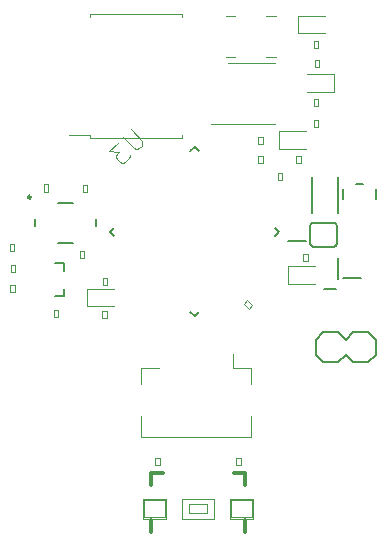
<source format=gbr>
G04 #@! TF.GenerationSoftware,KiCad,Pcbnew,(5.1.4)-1*
G04 #@! TF.CreationDate,2020-08-01T17:35:12+02:00*
G04 #@! TF.ProjectId,ArduinoProMicroUSB,41726475-696e-46f5-9072-6f4d6963726f,rev?*
G04 #@! TF.SameCoordinates,Original*
G04 #@! TF.FileFunction,Legend,Bot*
G04 #@! TF.FilePolarity,Positive*
%FSLAX46Y46*%
G04 Gerber Fmt 4.6, Leading zero omitted, Abs format (unit mm)*
G04 Created by KiCad (PCBNEW (5.1.4)-1) date 2020-08-01 17:35:12*
%MOMM*%
%LPD*%
G04 APERTURE LIST*
%ADD10C,0.120000*%
%ADD11C,0.203200*%
%ADD12C,0.127000*%
%ADD13C,0.066040*%
%ADD14C,0.304800*%
%ADD15C,0.152400*%
%ADD16C,0.254000*%
%ADD17C,0.015000*%
G04 APERTURE END LIST*
D10*
X165862000Y-39888500D02*
X169722000Y-39888500D01*
X169722000Y-39888500D02*
X169722000Y-40143500D01*
X165862000Y-39888500D02*
X162002000Y-39888500D01*
X162002000Y-39888500D02*
X162002000Y-40143500D01*
X165862000Y-50408500D02*
X169722000Y-50408500D01*
X169722000Y-50408500D02*
X169722000Y-50153500D01*
X165862000Y-50408500D02*
X162002000Y-50408500D01*
X162002000Y-50408500D02*
X162002000Y-50153500D01*
X162002000Y-50153500D02*
X160187000Y-50153500D01*
D11*
X182816500Y-63246000D02*
X181800500Y-63246000D01*
D12*
X182933340Y-62367160D02*
X182933340Y-60568840D01*
D10*
X181013000Y-62774500D02*
X178728000Y-62774500D01*
X178728000Y-62774500D02*
X178728000Y-61304500D01*
X178728000Y-61304500D02*
X181013000Y-61304500D01*
X180251000Y-51344500D02*
X177966000Y-51344500D01*
X177966000Y-51344500D02*
X177966000Y-49874500D01*
X177966000Y-49874500D02*
X180251000Y-49874500D01*
X161750640Y-63204420D02*
X164035640Y-63204420D01*
X161750640Y-64674420D02*
X161750640Y-63204420D01*
X164035640Y-64674420D02*
X161750640Y-64674420D01*
D11*
X181711600Y-69405500D02*
X182981600Y-69405500D01*
X182981600Y-69405500D02*
X183616600Y-68770500D01*
X183616600Y-67500500D02*
X182981600Y-66865500D01*
X183616600Y-68770500D02*
X184251600Y-69405500D01*
X184251600Y-69405500D02*
X185521600Y-69405500D01*
X185521600Y-69405500D02*
X186156600Y-68770500D01*
X186156600Y-67500500D02*
X185521600Y-66865500D01*
X185521600Y-66865500D02*
X184251600Y-66865500D01*
X184251600Y-66865500D02*
X183616600Y-67500500D01*
X181076600Y-68770500D02*
X181076600Y-67500500D01*
X181711600Y-69405500D02*
X181076600Y-68770500D01*
X181076600Y-67500500D02*
X181711600Y-66865500D01*
X182981600Y-66865500D02*
X181711600Y-66865500D01*
X186156600Y-68770500D02*
X186156600Y-67500500D01*
D13*
X173903640Y-82550000D02*
X173903640Y-81051400D01*
X173903640Y-81051400D02*
X175701960Y-81051400D01*
X175701960Y-82550000D02*
X175701960Y-81051400D01*
X173903640Y-82550000D02*
X175701960Y-82550000D01*
X170370500Y-82148680D02*
X170370500Y-81452720D01*
X170370500Y-81452720D02*
X171869100Y-81452720D01*
X171869100Y-82148680D02*
X171869100Y-81452720D01*
X170370500Y-82148680D02*
X171869100Y-82148680D01*
X166537640Y-82550000D02*
X166537640Y-81051400D01*
X166537640Y-81051400D02*
X168335960Y-81051400D01*
X168335960Y-82550000D02*
X168335960Y-81051400D01*
X166537640Y-82550000D02*
X168335960Y-82550000D01*
X173802040Y-82649060D02*
X173802040Y-80952340D01*
X173802040Y-80952340D02*
X175803560Y-80952340D01*
X175803560Y-82649060D02*
X175803560Y-80952340D01*
X173802040Y-82649060D02*
X175803560Y-82649060D01*
X166436040Y-82649060D02*
X166436040Y-80952340D01*
X166436040Y-80952340D02*
X168437560Y-80952340D01*
X168437560Y-82649060D02*
X168437560Y-80952340D01*
X166436040Y-82649060D02*
X168437560Y-82649060D01*
X169771060Y-82649060D02*
X169771060Y-80952340D01*
X169771060Y-80952340D02*
X172468540Y-80952340D01*
X172468540Y-82649060D02*
X172468540Y-80952340D01*
X169771060Y-82649060D02*
X172468540Y-82649060D01*
D14*
X175112680Y-78821280D02*
X175112680Y-79801720D01*
X175112680Y-79801720D02*
X175117760Y-79801720D01*
X175117760Y-78800960D02*
X174119540Y-78800960D01*
X167121840Y-79801720D02*
X167121840Y-78800960D01*
X167121840Y-78800960D02*
X168120060Y-78800960D01*
X175117760Y-82798920D02*
X175117760Y-83799680D01*
X167121840Y-82798920D02*
X167121840Y-83799680D01*
D13*
X155158440Y-59402980D02*
X155158440Y-60002420D01*
X155158440Y-60002420D02*
X155554680Y-60002420D01*
X155554680Y-59402980D02*
X155554680Y-60002420D01*
X155158440Y-59402980D02*
X155554680Y-59402980D01*
X181386480Y-44432220D02*
X181386480Y-43832780D01*
X181386480Y-43832780D02*
X180990240Y-43832780D01*
X180990240Y-44432220D02*
X180990240Y-43832780D01*
X181386480Y-44432220D02*
X180990240Y-44432220D01*
X180903880Y-48912780D02*
X181300120Y-48912780D01*
X181300120Y-48912780D02*
X181300120Y-49512220D01*
X180903880Y-49512220D02*
X181300120Y-49512220D01*
X180903880Y-48912780D02*
X180903880Y-49512220D01*
D10*
X181902000Y-41565500D02*
X179617000Y-41565500D01*
X179617000Y-41565500D02*
X179617000Y-40095500D01*
X179617000Y-40095500D02*
X181902000Y-40095500D01*
X182587000Y-46518500D02*
X180302000Y-46518500D01*
X182587000Y-45048500D02*
X182587000Y-46518500D01*
X180302000Y-45048500D02*
X182587000Y-45048500D01*
X174100200Y-69905900D02*
X175590200Y-69905900D01*
X175590200Y-69905900D02*
X175590200Y-71245900D01*
X167780200Y-69905900D02*
X166290200Y-69905900D01*
X166290200Y-69905900D02*
X166290200Y-71245900D01*
X175590200Y-73965900D02*
X175590200Y-75705900D01*
X175590200Y-75705900D02*
X166290200Y-75705900D01*
X166290200Y-75705900D02*
X166290200Y-73965900D01*
X174100200Y-69905900D02*
X174100200Y-68705900D01*
D11*
X159778700Y-63243460D02*
X159778700Y-63845440D01*
X159778700Y-63845440D02*
X158981140Y-63845440D01*
X159778700Y-61648340D02*
X159778700Y-61046360D01*
X159778700Y-61046360D02*
X158981140Y-61046360D01*
D13*
X155656280Y-61780420D02*
X155260040Y-61780420D01*
X155260040Y-61780420D02*
X155260040Y-61180980D01*
X155656280Y-61180980D02*
X155260040Y-61180980D01*
X155656280Y-61780420D02*
X155656280Y-61180980D01*
X155620720Y-63456820D02*
X155620720Y-62857380D01*
X155620720Y-62857380D02*
X155224480Y-62857380D01*
X155224480Y-63456820D02*
X155224480Y-62857380D01*
X155620720Y-63456820D02*
X155224480Y-63456820D01*
X167467280Y-77538580D02*
X167863520Y-77538580D01*
X167863520Y-77538580D02*
X167863520Y-78138020D01*
X167467280Y-78138020D02*
X167863520Y-78138020D01*
X167467280Y-77538580D02*
X167467280Y-78138020D01*
X174721520Y-78138020D02*
X174721520Y-77538580D01*
X174721520Y-77538580D02*
X174325280Y-77538580D01*
X174325280Y-78138020D02*
X174325280Y-77538580D01*
X174721520Y-78138020D02*
X174325280Y-78138020D01*
X159278320Y-65590420D02*
X158882080Y-65590420D01*
X158882080Y-65590420D02*
X158882080Y-64990980D01*
X159278320Y-64990980D02*
X158882080Y-64990980D01*
X159278320Y-65590420D02*
X159278320Y-64990980D01*
X180903880Y-42181780D02*
X181300120Y-42181780D01*
X181300120Y-42181780D02*
X181300120Y-42781220D01*
X180903880Y-42781220D02*
X181300120Y-42781220D01*
X180903880Y-42181780D02*
X180903880Y-42781220D01*
X180903880Y-47134780D02*
X180903880Y-47734220D01*
X180903880Y-47734220D02*
X181300120Y-47734220D01*
X181300120Y-47134780D02*
X181300120Y-47734220D01*
X180903880Y-47134780D02*
X181300120Y-47134780D01*
D10*
X173463000Y-43566500D02*
X174263000Y-43566500D01*
X173463000Y-40126500D02*
X174263000Y-40126500D01*
X177692000Y-43566500D02*
X176892000Y-43566500D01*
X177692000Y-40126500D02*
X176892000Y-40126500D01*
X175641000Y-44112500D02*
X177591000Y-44112500D01*
X175641000Y-44112500D02*
X173691000Y-44112500D01*
X175641000Y-49232500D02*
X177591000Y-49232500D01*
X175641000Y-49232500D02*
X172191000Y-49232500D01*
D13*
X175675526Y-64587842D02*
X175395342Y-64868026D01*
X175395342Y-64868026D02*
X174971474Y-64444158D01*
X175251658Y-64163974D02*
X174971474Y-64444158D01*
X175675526Y-64587842D02*
X175251658Y-64163974D01*
X161488120Y-60561220D02*
X161091880Y-60561220D01*
X161091880Y-60561220D02*
X161091880Y-59961780D01*
X161488120Y-59961780D02*
X161091880Y-59961780D01*
X161488120Y-60561220D02*
X161488120Y-59961780D01*
X179832000Y-52555140D02*
X179435760Y-52555140D01*
X179435760Y-52555140D02*
X179435760Y-51955700D01*
X179832000Y-51955700D02*
X179435760Y-51955700D01*
X179832000Y-52555140D02*
X179832000Y-51955700D01*
X158043880Y-54363620D02*
X158043880Y-54963060D01*
X158043880Y-54963060D02*
X158440120Y-54963060D01*
X158440120Y-54363620D02*
X158440120Y-54963060D01*
X158043880Y-54363620D02*
X158440120Y-54363620D01*
X162996880Y-65041780D02*
X163393120Y-65041780D01*
X163393120Y-65041780D02*
X163393120Y-65641220D01*
X162996880Y-65641220D02*
X163393120Y-65641220D01*
X162996880Y-65041780D02*
X162996880Y-65641220D01*
X176601120Y-52560220D02*
X176601120Y-51960780D01*
X176601120Y-51960780D02*
X176204880Y-51960780D01*
X176204880Y-52560220D02*
X176204880Y-51960780D01*
X176601120Y-52560220D02*
X176204880Y-52560220D01*
X178252120Y-54020720D02*
X177855880Y-54020720D01*
X177855880Y-54020720D02*
X177855880Y-53421280D01*
X178252120Y-53421280D02*
X177855880Y-53421280D01*
X178252120Y-54020720D02*
X178252120Y-53421280D01*
D11*
X178752500Y-59182000D02*
X180276500Y-59182000D01*
X183388000Y-62293500D02*
X184912000Y-62293500D01*
D12*
X180799000Y-53695000D02*
X180799000Y-56795000D01*
X182929000Y-53695000D02*
X182929000Y-56795000D01*
D13*
X161345880Y-54373780D02*
X161742120Y-54373780D01*
X161742120Y-54373780D02*
X161742120Y-54973220D01*
X161345880Y-54973220D02*
X161742120Y-54973220D01*
X161345880Y-54373780D02*
X161345880Y-54973220D01*
X163433760Y-62847220D02*
X163433760Y-62247780D01*
X163433760Y-62247780D02*
X163037520Y-62247780D01*
X163037520Y-62847220D02*
X163037520Y-62247780D01*
X163433760Y-62847220D02*
X163037520Y-62847220D01*
X176204880Y-50309780D02*
X176601120Y-50309780D01*
X176601120Y-50309780D02*
X176601120Y-50909220D01*
X176204880Y-50909220D02*
X176601120Y-50909220D01*
X176204880Y-50309780D02*
X176204880Y-50909220D01*
X180411120Y-60815220D02*
X180411120Y-60215780D01*
X180411120Y-60215780D02*
X180014880Y-60215780D01*
X180014880Y-60815220D02*
X180014880Y-60215780D01*
X180411120Y-60815220D02*
X180014880Y-60815220D01*
D15*
X180873400Y-59626500D02*
X182600600Y-59626500D01*
X180619400Y-59372500D02*
X180619400Y-57848500D01*
X182854600Y-59372500D02*
X182854600Y-57848500D01*
X182600600Y-57594500D02*
X180873400Y-57594500D01*
X180619400Y-57848500D02*
G75*
G02X180873400Y-57594500I254000J0D01*
G01*
X182600600Y-57594500D02*
G75*
G02X182854600Y-57848500I0J-254000D01*
G01*
X182854600Y-59372500D02*
G75*
G02X182600600Y-59626500I-254000J0D01*
G01*
X180873400Y-59626500D02*
G75*
G02X180619400Y-59372500I0J254000D01*
G01*
D11*
X183362600Y-54724300D02*
X183362600Y-55582820D01*
X186207400Y-55582820D02*
X186207400Y-54724300D01*
X185051700Y-54343300D02*
X184518300Y-54343300D01*
D15*
X171156250Y-65163534D02*
X170815000Y-65504784D01*
X177622034Y-58015250D02*
X177963284Y-58356500D01*
X170473750Y-51549466D02*
X170815000Y-51208216D01*
X163666716Y-58356500D02*
X164007966Y-58015250D01*
X170815000Y-51208216D02*
X171156250Y-51549466D01*
X177963284Y-58356500D02*
X177622034Y-58697750D01*
X170815000Y-65504784D02*
X170473750Y-65163534D01*
X164007966Y-58697750D02*
X163666716Y-58356500D01*
D16*
X156972000Y-55435500D02*
G75*
G03X156972000Y-55435500I-127000J0D01*
G01*
D11*
X159293560Y-59293760D02*
X160492440Y-59293760D01*
X162491420Y-57894220D02*
X162491420Y-57294780D01*
X160492440Y-55895240D02*
X159293560Y-55895240D01*
X157294580Y-57894220D02*
X157294580Y-57294780D01*
D17*
X165405231Y-49706471D02*
X166344117Y-50645356D01*
X166399345Y-50811042D01*
X166399345Y-50921499D01*
X166344117Y-51087185D01*
X166123203Y-51308099D01*
X165957517Y-51363328D01*
X165847060Y-51363328D01*
X165681374Y-51308099D01*
X164742488Y-50369214D01*
X164300660Y-50811042D02*
X163582688Y-51529014D01*
X164411117Y-51584242D01*
X164245431Y-51749928D01*
X164190202Y-51915614D01*
X164190202Y-52026071D01*
X164245431Y-52191757D01*
X164521574Y-52467899D01*
X164687260Y-52523128D01*
X164797717Y-52523128D01*
X164963402Y-52467899D01*
X165294774Y-52136528D01*
X165350003Y-51970842D01*
X165350003Y-51860385D01*
M02*

</source>
